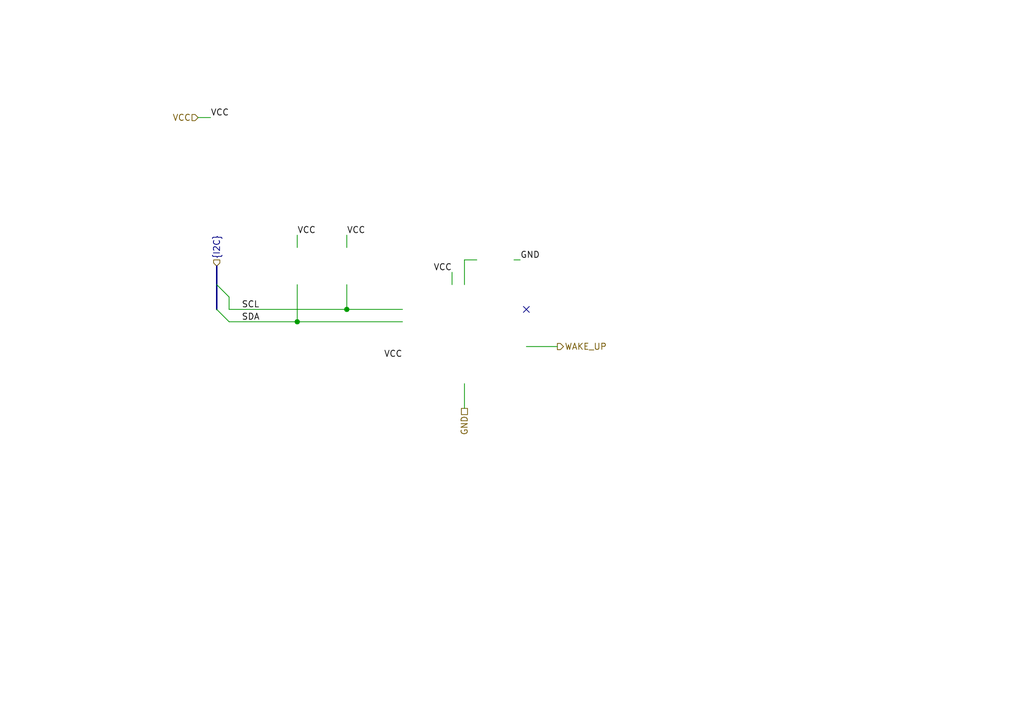
<source format=kicad_sch>
(kicad_sch
	(version 20250114)
	(generator "eeschema")
	(generator_version "9.0")
	(uuid "eb37102a-00b9-4c4f-9d02-8a46e56cba1b")
	(paper "A5")
	(title_block
		(title "MCU interfaces")
		(date "2024-04-17")
		(rev "1.0")
	)
	(lib_symbols)
	(junction
		(at 60.96 66.04)
		(diameter 0)
		(color 0 0 0 0)
		(uuid "2e8ed871-e479-4554-aeb9-09675ce25ccb")
	)
	(junction
		(at 71.12 63.5)
		(diameter 0)
		(color 0 0 0 0)
		(uuid "91435f2c-a4e9-4ed7-a3fb-76b0b03a34c5")
	)
	(no_connect
		(at 107.95 63.5)
		(uuid "49a63029-bb31-43db-822e-e70c5c853a9c")
	)
	(bus_entry
		(at 44.45 58.42)
		(size 2.54 2.54)
		(stroke
			(width 0)
			(type default)
		)
		(uuid "30fd623f-e276-4a4f-b09a-5d30cb318fa2")
	)
	(bus_entry
		(at 44.45 63.5)
		(size 2.54 2.54)
		(stroke
			(width 0)
			(type default)
		)
		(uuid "72c3bffc-53e1-4d59-ba73-ff5486101ebe")
	)
	(wire
		(pts
			(xy 60.96 48.26) (xy 60.96 50.8)
		)
		(stroke
			(width 0)
			(type default)
		)
		(uuid "203d1ab3-8422-4377-818a-f3585b5898a7")
	)
	(bus
		(pts
			(xy 44.45 54.61) (xy 44.45 58.42)
		)
		(stroke
			(width 0)
			(type default)
		)
		(uuid "25c9138a-bbbd-45df-9c74-3b0765928b4c")
	)
	(wire
		(pts
			(xy 46.99 63.5) (xy 71.12 63.5)
		)
		(stroke
			(width 0)
			(type default)
		)
		(uuid "3897a79b-1bd1-4df2-bb5a-aca618d2ac68")
	)
	(wire
		(pts
			(xy 107.95 71.12) (xy 114.3 71.12)
		)
		(stroke
			(width 0)
			(type default)
		)
		(uuid "4e290aed-5ea7-4a82-aec8-9937b01ffbea")
	)
	(wire
		(pts
			(xy 71.12 48.26) (xy 71.12 50.8)
		)
		(stroke
			(width 0)
			(type default)
		)
		(uuid "4f635afc-65a6-4a2e-a893-b0001eda79a6")
	)
	(wire
		(pts
			(xy 105.41 53.34) (xy 106.68 53.34)
		)
		(stroke
			(width 0)
			(type default)
		)
		(uuid "72651cca-2a6d-4ba2-b37f-13bc8858a859")
	)
	(wire
		(pts
			(xy 60.96 66.04) (xy 82.55 66.04)
		)
		(stroke
			(width 0)
			(type default)
		)
		(uuid "89ac4d21-8690-439d-9291-beb523adc96a")
	)
	(wire
		(pts
			(xy 82.55 63.5) (xy 71.12 63.5)
		)
		(stroke
			(width 0)
			(type default)
		)
		(uuid "8a16ea32-8808-4a16-b80b-96d5cda06b50")
	)
	(wire
		(pts
			(xy 40.64 24.13) (xy 43.18 24.13)
		)
		(stroke
			(width 0)
			(type default)
		)
		(uuid "8f860ace-76a6-4e55-9822-b7592a2d3cc6")
	)
	(wire
		(pts
			(xy 46.99 60.96) (xy 46.99 63.5)
		)
		(stroke
			(width 0)
			(type default)
		)
		(uuid "92c8bad6-c9e3-47e3-a953-3e571a5bc763")
	)
	(wire
		(pts
			(xy 95.25 78.74) (xy 95.25 83.82)
		)
		(stroke
			(width 0)
			(type default)
		)
		(uuid "93f3e398-03fd-446d-8e41-65845a356b0f")
	)
	(wire
		(pts
			(xy 95.25 53.34) (xy 95.25 58.42)
		)
		(stroke
			(width 0)
			(type default)
		)
		(uuid "abd9e882-acee-43f9-a00d-4de31646f789")
	)
	(wire
		(pts
			(xy 46.99 66.04) (xy 60.96 66.04)
		)
		(stroke
			(width 0)
			(type default)
		)
		(uuid "af4a5f81-1a79-4703-b3a1-a6dd1031a235")
	)
	(wire
		(pts
			(xy 97.79 53.34) (xy 95.25 53.34)
		)
		(stroke
			(width 0)
			(type default)
		)
		(uuid "ba93d0f4-7251-4e2a-b817-c1605c18d300")
	)
	(wire
		(pts
			(xy 71.12 63.5) (xy 71.12 58.42)
		)
		(stroke
			(width 0)
			(type default)
		)
		(uuid "bb60b3fa-511a-4125-bd4d-1104ce3d1759")
	)
	(wire
		(pts
			(xy 60.96 58.42) (xy 60.96 66.04)
		)
		(stroke
			(width 0)
			(type default)
		)
		(uuid "ca46fa48-992a-4d60-9656-9783fad68393")
	)
	(wire
		(pts
			(xy 92.71 55.88) (xy 92.71 58.42)
		)
		(stroke
			(width 0)
			(type default)
		)
		(uuid "dd0a703d-0e4b-4db2-9178-df56cfa90e2c")
	)
	(bus
		(pts
			(xy 44.45 58.42) (xy 44.45 63.5)
		)
		(stroke
			(width 0)
			(type default)
		)
		(uuid "fbba7edc-b88d-4fe5-b157-56ad13ace5a9")
	)
	(label "VCC"
		(at 71.12 48.26 0)
		(effects
			(font
				(size 1.27 1.27)
			)
			(justify left bottom)
		)
		(uuid "2d9b2c5b-d7e9-4d80-81ea-b14fed92f062")
	)
	(label "SDA"
		(at 49.53 66.04 0)
		(effects
			(font
				(size 1.27 1.27)
			)
			(justify left bottom)
		)
		(uuid "55846d6f-46dc-49cc-9a72-31d9abaca2b9")
	)
	(label "VCC"
		(at 43.18 24.13 0)
		(effects
			(font
				(size 1.27 1.27)
			)
			(justify left bottom)
		)
		(uuid "5c63f018-d806-4f83-83e2-c701edb369b6")
	)
	(label "VCC"
		(at 60.96 48.26 0)
		(effects
			(font
				(size 1.27 1.27)
			)
			(justify left bottom)
		)
		(uuid "b9c5d259-b9e8-4ee6-a185-2e9acf407539")
	)
	(label "SCL"
		(at 49.53 63.5 0)
		(effects
			(font
				(size 1.27 1.27)
			)
			(justify left bottom)
		)
		(uuid "e46f4393-43f0-4e24-b7a8-ab369b9d7ce8")
	)
	(label "VCC"
		(at 92.71 55.88 180)
		(effects
			(font
				(size 1.27 1.27)
			)
			(justify right bottom)
		)
		(uuid "e89c12c7-b06c-4633-a4ca-a48be895fa35")
	)
	(label "VCC"
		(at 82.55 73.66 180)
		(effects
			(font
				(size 1.27 1.27)
			)
			(justify right bottom)
		)
		(uuid "f045be3d-5035-4ade-814a-234772d2c0a5")
	)
	(label "GND"
		(at 106.68 53.34 0)
		(effects
			(font
				(size 1.27 1.27)
			)
			(justify left bottom)
		)
		(uuid "fc2a7276-5da3-41d2-b5de-ed92beabed82")
	)
	(hierarchical_label "GND"
		(shape passive)
		(at 95.25 83.82 270)
		(effects
			(font
				(size 1.27 1.27)
			)
			(justify right)
		)
		(uuid "3caea6e4-7df4-4ecc-957a-c7425259c9e3")
	)
	(hierarchical_label "WAKE_UP"
		(shape output)
		(at 114.3 71.12 0)
		(effects
			(font
				(size 1.27 1.27)
			)
			(justify left)
		)
		(uuid "7767d4b9-d402-426d-8d1d-380101378910")
	)
	(hierarchical_label "VCC"
		(shape input)
		(at 40.64 24.13 180)
		(effects
			(font
				(size 1.27 1.27)
			)
			(justify right)
		)
		(uuid "b2cf0189-a051-429a-accd-105879c74ef7")
	)
	(hierarchical_label "{I2C}"
		(shape input)
		(at 44.45 54.61 90)
		(effects
			(font
				(size 1.27 1.27)
			)
			(justify left)
		)
		(uuid "b3061c97-0913-4bb4-b729-f656cfeff529")
	)
)

</source>
